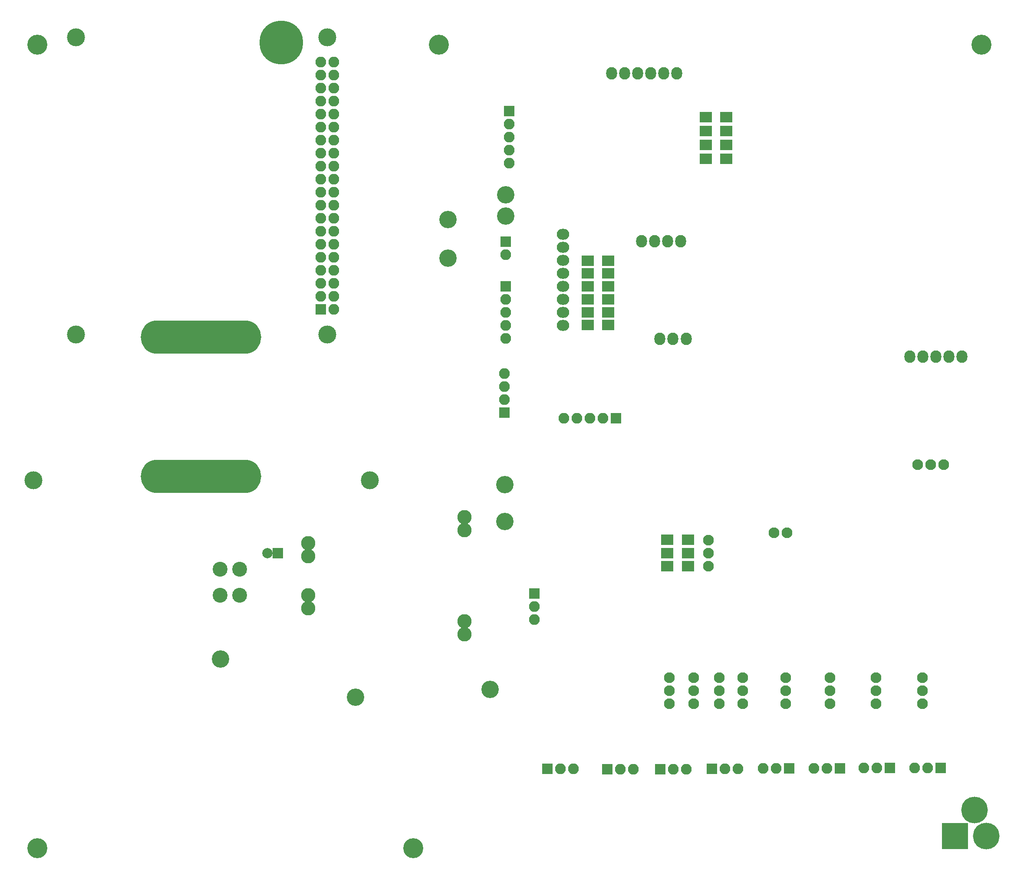
<source format=gbr>
G04 #@! TF.FileFunction,Soldermask,Bot*
%FSLAX46Y46*%
G04 Gerber Fmt 4.6, Leading zero omitted, Abs format (unit mm)*
G04 Created by KiCad (PCBNEW 4.0.7) date Thursday, 23 May 2019 'à' 18:13:34*
%MOMM*%
%LPD*%
G01*
G04 APERTURE LIST*
%ADD10C,0.100000*%
%ADD11R,2.100000X2.100000*%
%ADD12O,2.100000X2.100000*%
%ADD13R,2.400000X2.100000*%
%ADD14C,2.100000*%
%ADD15C,2.800000*%
%ADD16C,3.399740*%
%ADD17R,2.000000X2.000000*%
%ADD18C,2.000000*%
%ADD19C,2.900000*%
%ADD20C,5.200000*%
%ADD21R,5.200000X5.200000*%
%ADD22C,3.500000*%
%ADD23O,2.127200X2.432000*%
%ADD24O,2.432000X2.127200*%
%ADD25O,23.500000X6.500000*%
%ADD26C,3.900120*%
%ADD27C,8.500000*%
G04 APERTURE END LIST*
D10*
D11*
X167300000Y-170500000D03*
D12*
X169840000Y-170500000D03*
X172380000Y-170500000D03*
D11*
X157200000Y-170600000D03*
D12*
X159740000Y-170600000D03*
X162280000Y-170600000D03*
D11*
X127800000Y-42100000D03*
D12*
X127800000Y-44640000D03*
X127800000Y-47180000D03*
X127800000Y-49720000D03*
X127800000Y-52260000D03*
D11*
X127100000Y-76300000D03*
D12*
X127100000Y-78840000D03*
X127100000Y-81380000D03*
X127100000Y-83920000D03*
X127100000Y-86460000D03*
D11*
X148600000Y-102100000D03*
D12*
X146060000Y-102100000D03*
X143520000Y-102100000D03*
X140980000Y-102100000D03*
X138440000Y-102100000D03*
D11*
X146900000Y-170600000D03*
D12*
X149440000Y-170600000D03*
X151980000Y-170600000D03*
D11*
X135200000Y-170500000D03*
D12*
X137740000Y-170500000D03*
X140280000Y-170500000D03*
D11*
X211900000Y-170300000D03*
D12*
X209360000Y-170300000D03*
X206820000Y-170300000D03*
D11*
X202000000Y-170300000D03*
D12*
X199460000Y-170300000D03*
X196920000Y-170300000D03*
D11*
X192300000Y-170400000D03*
D12*
X189760000Y-170400000D03*
X187220000Y-170400000D03*
D11*
X182400000Y-170400000D03*
D12*
X179860000Y-170400000D03*
X177320000Y-170400000D03*
D11*
X132700000Y-136300000D03*
D12*
X132700000Y-138840000D03*
X132700000Y-141380000D03*
D11*
X127100000Y-67600000D03*
D12*
X127100000Y-70140000D03*
D13*
X166100000Y-51400000D03*
X170100000Y-51400000D03*
X143100000Y-83900000D03*
X147100000Y-83900000D03*
X166100000Y-48700000D03*
X170100000Y-48700000D03*
X143100000Y-81400000D03*
X147100000Y-81400000D03*
X166100000Y-46000000D03*
X170100000Y-46000000D03*
X143100000Y-78900000D03*
X147100000Y-78900000D03*
X166100000Y-43300000D03*
X170100000Y-43300000D03*
X143100000Y-76300000D03*
X147100000Y-76300000D03*
X162600000Y-125800000D03*
X158600000Y-125800000D03*
X162600000Y-128400000D03*
X158600000Y-128400000D03*
X162600000Y-130900000D03*
X158600000Y-130900000D03*
X143100000Y-73800000D03*
X147100000Y-73800000D03*
X143100000Y-71300000D03*
X147100000Y-71300000D03*
D14*
X163700000Y-157800000D03*
X163700000Y-155260000D03*
X163700000Y-152720000D03*
X159000000Y-152720000D03*
X159000000Y-155260000D03*
X159000000Y-157800000D03*
X168700000Y-152720000D03*
X168700000Y-155260000D03*
X168700000Y-157800000D03*
X173300000Y-152720000D03*
X173300000Y-155260000D03*
X173300000Y-157800000D03*
X181700000Y-152720000D03*
X181700000Y-155260000D03*
X181700000Y-157800000D03*
X190300000Y-152720000D03*
X190300000Y-155260000D03*
X190300000Y-157800000D03*
X199300000Y-152720000D03*
X199300000Y-155260000D03*
X199300000Y-157800000D03*
X208400000Y-152720000D03*
X208400000Y-155260000D03*
X208400000Y-157800000D03*
X166600000Y-125820000D03*
X166600000Y-128360000D03*
X166600000Y-130900000D03*
X179400000Y-124400000D03*
X181940000Y-124400000D03*
X207400000Y-111100000D03*
X209940000Y-111100000D03*
X212480000Y-111100000D03*
D15*
X119040000Y-144230000D03*
X119040000Y-141690000D03*
X119040000Y-123910000D03*
X119040000Y-121370000D03*
X88560000Y-139150000D03*
X88560000Y-136610000D03*
X88560000Y-126450000D03*
X88560000Y-128990000D03*
D11*
X126800000Y-101000000D03*
D12*
X126800000Y-98460000D03*
X126800000Y-95920000D03*
X126800000Y-93380000D03*
D16*
X127100000Y-62600000D03*
X127100000Y-58500000D03*
D17*
X82600000Y-128400000D03*
D18*
X80600000Y-128400000D03*
D19*
X71400000Y-136600000D03*
X71400000Y-131520000D03*
X75210000Y-131520000D03*
X75210000Y-136600000D03*
D20*
X220800000Y-183600000D03*
D21*
X214700000Y-183600000D03*
D20*
X218510000Y-178520000D03*
D11*
X91020000Y-80825000D03*
D12*
X93560000Y-80825000D03*
X91020000Y-78285000D03*
X93560000Y-78285000D03*
X91020000Y-75745000D03*
X93560000Y-75745000D03*
X91020000Y-73205000D03*
X93560000Y-73205000D03*
X91020000Y-70665000D03*
X93560000Y-70665000D03*
X91020000Y-68125000D03*
X93560000Y-68125000D03*
X91020000Y-65585000D03*
X93560000Y-65585000D03*
X91020000Y-63045000D03*
X93560000Y-63045000D03*
X91020000Y-60505000D03*
X93560000Y-60505000D03*
X91020000Y-57965000D03*
X93560000Y-57965000D03*
X91020000Y-55425000D03*
X93560000Y-55425000D03*
X91020000Y-52885000D03*
X93560000Y-52885000D03*
X91020000Y-50345000D03*
X93560000Y-50345000D03*
X91020000Y-47805000D03*
X93560000Y-47805000D03*
X91020000Y-45265000D03*
X93560000Y-45265000D03*
X91020000Y-42725000D03*
X93560000Y-42725000D03*
X91020000Y-40185000D03*
X93560000Y-40185000D03*
X91020000Y-37645000D03*
X93560000Y-37645000D03*
X91020000Y-35105000D03*
X93560000Y-35105000D03*
X91020000Y-32565000D03*
X93560000Y-32565000D03*
D22*
X100600000Y-114200000D03*
X34950000Y-114200000D03*
X92270000Y-27750000D03*
X92270000Y-85750000D03*
X43280000Y-85750000D03*
X43280000Y-27750000D03*
D23*
X156139000Y-67551000D03*
X158679000Y-67551000D03*
X161219000Y-67551000D03*
X153599000Y-67551000D03*
X147757000Y-34785000D03*
X150297000Y-34785000D03*
X152837000Y-34785000D03*
X155377000Y-34785000D03*
X157917000Y-34785000D03*
X160457000Y-34785000D03*
X205940000Y-90020000D03*
X208480000Y-90020000D03*
X211020000Y-90020000D03*
X213560000Y-90020000D03*
X216100000Y-90020000D03*
X157155000Y-86601000D03*
X159695000Y-86601000D03*
X162335000Y-86601000D03*
D24*
X138220000Y-66170000D03*
X138220000Y-68710000D03*
X138220000Y-71250000D03*
X138220000Y-73790000D03*
X138220000Y-76330000D03*
X138220000Y-78870000D03*
X138220000Y-81410000D03*
X138220000Y-83950000D03*
D16*
X124050000Y-154950000D03*
X71450000Y-149050000D03*
X115850000Y-63250000D03*
X115850000Y-70850000D03*
X126950000Y-115050000D03*
X126950000Y-122250000D03*
X97750000Y-156550000D03*
D25*
X67650000Y-113450000D03*
X67650000Y-86250000D03*
D26*
X35750000Y-185950000D03*
X35750000Y-29150000D03*
X109050000Y-185950000D03*
X219850000Y-29150000D03*
X114050000Y-29150000D03*
D27*
X83300000Y-28780000D03*
M02*

</source>
